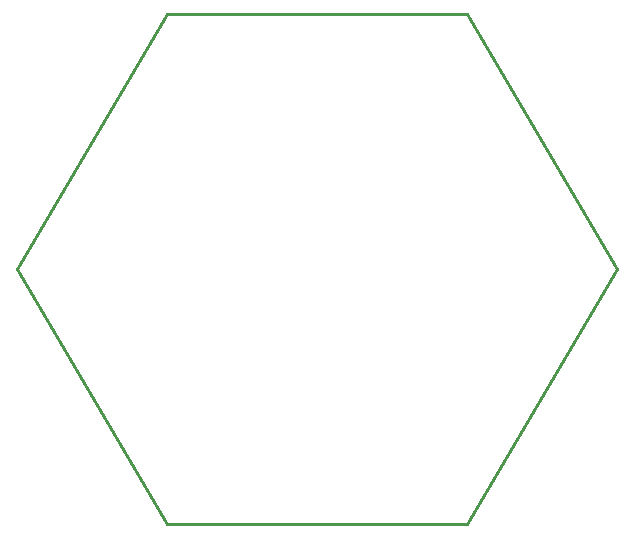
<source format=gbr>
G04 #@! TF.FileFunction,Profile,NP*
%FSLAX46Y46*%
G04 Gerber Fmt 4.6, Leading zero omitted, Abs format (unit mm)*
G04 Created by KiCad (PCBNEW 4.0.7+dfsg1-1) date Wed Mar 14 20:17:05 2018*
%MOMM*%
%LPD*%
G01*
G04 APERTURE LIST*
%ADD10C,0.100000*%
%ADD11C,0.250000*%
G04 APERTURE END LIST*
D10*
D11*
X162560000Y-74930000D02*
X175260000Y-96520000D01*
X137160000Y-74930000D02*
X162560000Y-74930000D01*
X124460000Y-96520000D02*
X137160000Y-74930000D01*
X137160000Y-118110000D02*
X124460000Y-96520000D01*
X162560000Y-118110000D02*
X137160000Y-118110000D01*
X175260000Y-96520000D02*
X162560000Y-118110000D01*
M02*

</source>
